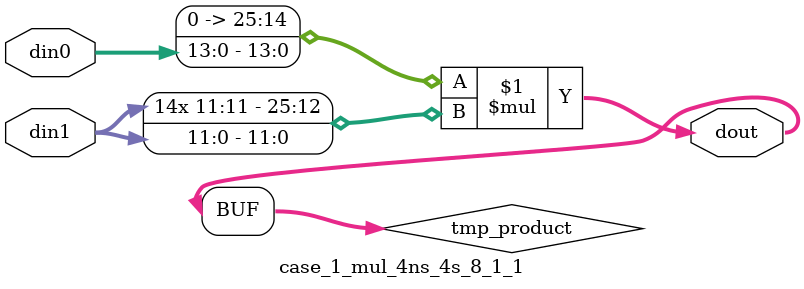
<source format=v>

`timescale 1 ns / 1 ps

 (* use_dsp = "no" *)  module case_1_mul_4ns_4s_8_1_1(din0, din1, dout);
parameter ID = 1;
parameter NUM_STAGE = 0;
parameter din0_WIDTH = 14;
parameter din1_WIDTH = 12;
parameter dout_WIDTH = 26;

input [din0_WIDTH - 1 : 0] din0; 
input [din1_WIDTH - 1 : 0] din1; 
output [dout_WIDTH - 1 : 0] dout;

wire signed [dout_WIDTH - 1 : 0] tmp_product;

























assign tmp_product = $signed({1'b0, din0}) * $signed(din1);










assign dout = tmp_product;





















endmodule

</source>
